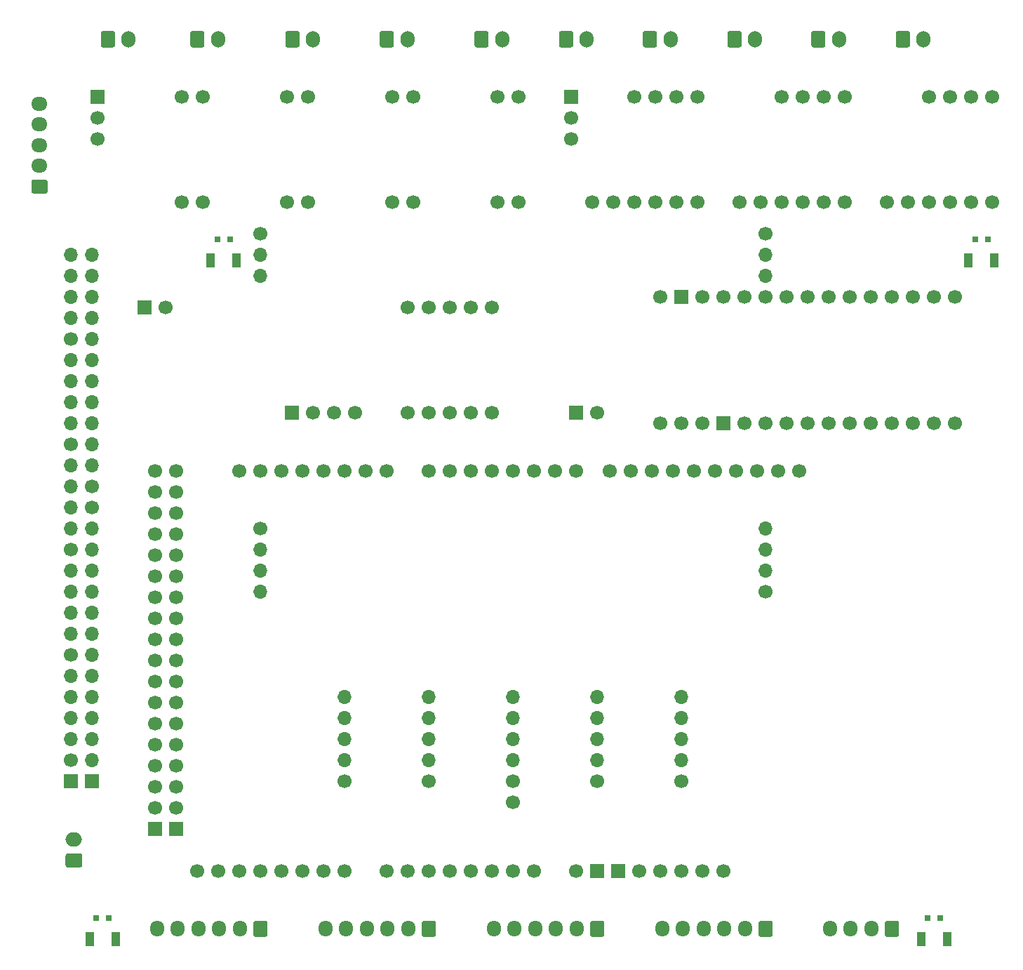
<source format=gts>
%TF.GenerationSoftware,KiCad,Pcbnew,(5.1.8)-1*%
%TF.CreationDate,2021-03-06T21:25:47+09:00*%
%TF.ProjectId,main bord,6d61696e-2062-46f7-9264-2e6b69636164,rev?*%
%TF.SameCoordinates,PXe4e1c0PY7b06240*%
%TF.FileFunction,Soldermask,Top*%
%TF.FilePolarity,Negative*%
%FSLAX46Y46*%
G04 Gerber Fmt 4.6, Leading zero omitted, Abs format (unit mm)*
G04 Created by KiCad (PCBNEW (5.1.8)-1) date 2021-03-06 21:25:47*
%MOMM*%
%LPD*%
G01*
G04 APERTURE LIST*
%ADD10R,1.700000X1.700000*%
%ADD11C,1.700000*%
%ADD12O,1.700000X1.700000*%
%ADD13O,1.700000X2.000000*%
%ADD14O,1.950000X1.700000*%
%ADD15O,1.700000X1.950000*%
%ADD16O,2.000000X1.700000*%
%ADD17R,0.800000X0.800000*%
%ADD18R,1.050000X1.800000*%
G04 APERTURE END LIST*
D10*
%TO.C,U3*%
X66985000Y103830000D03*
D11*
X66985000Y98750000D03*
X66985000Y101290000D03*
X69525000Y91130000D03*
X72065000Y91130000D03*
X74605000Y91130000D03*
X82225000Y91130000D03*
X79685000Y91130000D03*
X77145000Y91130000D03*
X87305000Y91130000D03*
X89845000Y91130000D03*
X92385000Y91130000D03*
X100005000Y91130000D03*
X97465000Y91130000D03*
X94925000Y91130000D03*
X105085000Y91130000D03*
X107625000Y91130000D03*
X110165000Y91130000D03*
X117785000Y91130000D03*
X115245000Y91130000D03*
X112705000Y91130000D03*
X74605000Y103830000D03*
X77145000Y103830000D03*
X82225000Y103830000D03*
X79685000Y103830000D03*
X92385000Y103830000D03*
X94925000Y103830000D03*
X100005000Y103830000D03*
X97465000Y103830000D03*
X110165000Y103830000D03*
X112705000Y103830000D03*
X117785000Y103830000D03*
X115245000Y103830000D03*
%TD*%
%TO.C,J12*%
X90480000Y87320000D03*
D12*
X90480000Y84780000D03*
X90480000Y82240000D03*
%TD*%
%TO.C,J10*%
X29520000Y82240000D03*
X29520000Y84780000D03*
D11*
X29520000Y87320000D03*
%TD*%
D12*
%TO.C,J11*%
X90480000Y51760000D03*
X90480000Y49220000D03*
X90480000Y46680000D03*
D11*
X90480000Y44140000D03*
%TD*%
%TO.C,J13*%
X29520000Y51760000D03*
D12*
X29520000Y49220000D03*
X29520000Y46680000D03*
X29520000Y44140000D03*
%TD*%
%TO.C,J37*%
X80320000Y31440000D03*
X80320000Y28900000D03*
X80320000Y26360000D03*
X80320000Y23820000D03*
D11*
X80320000Y21280000D03*
%TD*%
%TO.C,J36*%
X70160000Y21280000D03*
D12*
X70160000Y23820000D03*
X70160000Y26360000D03*
X70160000Y28900000D03*
X70160000Y31440000D03*
%TD*%
D11*
%TO.C,J15*%
X60000000Y18740000D03*
%TD*%
D12*
%TO.C,J32*%
X60000000Y31440000D03*
X60000000Y28900000D03*
X60000000Y26360000D03*
X60000000Y23820000D03*
D11*
X60000000Y21280000D03*
%TD*%
%TO.C,J31*%
X49840000Y21280000D03*
D12*
X49840000Y23820000D03*
X49840000Y26360000D03*
X49840000Y28900000D03*
X49840000Y31440000D03*
%TD*%
D11*
%TO.C,J30*%
X39680000Y21280000D03*
D12*
X39680000Y23820000D03*
X39680000Y26360000D03*
X39680000Y28900000D03*
X39680000Y31440000D03*
%TD*%
D11*
%TO.C,J16*%
X9200000Y56840000D03*
D12*
X9200000Y59380000D03*
X9200000Y61920000D03*
X9200000Y64460000D03*
X9200000Y67000000D03*
X9200000Y69540000D03*
X9200000Y72080000D03*
X9200000Y74620000D03*
X9200000Y77160000D03*
X9200000Y79700000D03*
X9200000Y82240000D03*
X9200000Y84780000D03*
%TD*%
%TO.C,J35*%
X6660000Y59380000D03*
X6660000Y56840000D03*
X6660000Y54300000D03*
X6660000Y51760000D03*
D11*
X6660000Y49220000D03*
%TD*%
%TO.C,J34*%
X6660000Y36520000D03*
D12*
X6660000Y39060000D03*
X6660000Y41600000D03*
X6660000Y44140000D03*
X6660000Y46680000D03*
%TD*%
D11*
%TO.C,J20*%
X9200000Y54300000D03*
D12*
X9200000Y51760000D03*
X9200000Y49220000D03*
X9200000Y46680000D03*
X9200000Y44140000D03*
X9200000Y41600000D03*
X9200000Y39060000D03*
X9200000Y36520000D03*
X9200000Y33980000D03*
X9200000Y31440000D03*
X9200000Y28900000D03*
X9200000Y26360000D03*
X9200000Y23820000D03*
%TD*%
D11*
%TO.C,J33*%
X6660000Y23820000D03*
D12*
X6660000Y26360000D03*
X6660000Y28900000D03*
X6660000Y31440000D03*
X6660000Y33980000D03*
%TD*%
D10*
%TO.C,J18*%
X6660000Y21280000D03*
X9200000Y21280000D03*
%TD*%
D11*
%TO.C,J38*%
X6660000Y61920000D03*
D12*
X6660000Y64460000D03*
X6660000Y67000000D03*
X6660000Y69540000D03*
X6660000Y72080000D03*
%TD*%
%TO.C,J39*%
X6660000Y84780000D03*
X6660000Y82240000D03*
X6660000Y79700000D03*
X6660000Y77160000D03*
D11*
X6660000Y74620000D03*
%TD*%
%TO.C,U2*%
X77780000Y64460000D03*
X80320000Y64460000D03*
X82860000Y64460000D03*
D10*
X85400000Y64460000D03*
D11*
X87940000Y64460000D03*
X90480000Y64460000D03*
X93020000Y64460000D03*
X95560000Y64460000D03*
X98100000Y64460000D03*
X100640000Y64460000D03*
X103180000Y64460000D03*
X105720000Y64460000D03*
X108260000Y64460000D03*
X110800000Y64460000D03*
X113340000Y64460000D03*
X77780000Y79700000D03*
D10*
X80320000Y79700000D03*
D11*
X82860000Y79700000D03*
X85400000Y79700000D03*
X87940000Y79700000D03*
X90480000Y79700000D03*
X93020000Y79700000D03*
X95560000Y79700000D03*
X98100000Y79700000D03*
X100640000Y79700000D03*
X103180000Y79700000D03*
X105720000Y79700000D03*
X108260000Y79700000D03*
X110800000Y79700000D03*
X113340000Y79700000D03*
%TD*%
%TO.C,U6*%
X94544000Y58745000D03*
X92004000Y58745000D03*
X89464000Y58745000D03*
X86924000Y58745000D03*
X84384000Y58745000D03*
X81844000Y58745000D03*
X79304000Y58745000D03*
X76764000Y58745000D03*
X74224000Y58745000D03*
X71684000Y58745000D03*
X67620000Y58745000D03*
X65080000Y58745000D03*
X62540000Y58745000D03*
X60000000Y58745000D03*
X57460000Y58745000D03*
X54920000Y58745000D03*
X52380000Y58745000D03*
X49840000Y58745000D03*
X44760000Y58745000D03*
X42220000Y58745000D03*
X39680000Y58745000D03*
X37140000Y58745000D03*
X34600000Y58745000D03*
X32060000Y58745000D03*
X29520000Y58745000D03*
X26980000Y58745000D03*
X19360000Y58745000D03*
X16820000Y58745000D03*
X19360000Y56205000D03*
X16820000Y56205000D03*
X19360000Y53665000D03*
X16820000Y53665000D03*
X19360000Y51125000D03*
X16820000Y51125000D03*
X19360000Y48585000D03*
X16820000Y48585000D03*
X19360000Y46045000D03*
X16820000Y46045000D03*
X19360000Y43505000D03*
X16820000Y43505000D03*
X19360000Y40965000D03*
X16820000Y40965000D03*
X19360000Y38425000D03*
X16820000Y38425000D03*
X19360000Y35885000D03*
X16820000Y35885000D03*
X19360000Y33345000D03*
X16820000Y33345000D03*
X19360000Y30805000D03*
X16820000Y30805000D03*
X19360000Y28265000D03*
X16820000Y28265000D03*
X19360000Y25725000D03*
X16820000Y25725000D03*
X19360000Y23185000D03*
X16820000Y23185000D03*
X19360000Y20645000D03*
X16820000Y20645000D03*
X19360000Y18105000D03*
X16820000Y18105000D03*
D10*
X19360000Y15565000D03*
X16820000Y15565000D03*
D11*
X21900000Y10485000D03*
X24440000Y10485000D03*
X26980000Y10485000D03*
X29520000Y10485000D03*
X32060000Y10485000D03*
X34600000Y10485000D03*
X37140000Y10485000D03*
X39680000Y10485000D03*
X44760000Y10485000D03*
X47300000Y10485000D03*
X49840000Y10485000D03*
X52380000Y10485000D03*
X54920000Y10485000D03*
X57460000Y10485000D03*
X60000000Y10485000D03*
X62540000Y10485000D03*
X67620000Y10485000D03*
D10*
X70160000Y10485000D03*
X72700000Y10485000D03*
D11*
X75240000Y10485000D03*
X77780000Y10485000D03*
X80320000Y10485000D03*
X82860000Y10485000D03*
X85400000Y10485000D03*
%TD*%
%TO.C,J1*%
G36*
G01*
X65540000Y110065000D02*
X65540000Y111565000D01*
G75*
G02*
X65790000Y111815000I250000J0D01*
G01*
X66990000Y111815000D01*
G75*
G02*
X67240000Y111565000I0J-250000D01*
G01*
X67240000Y110065000D01*
G75*
G02*
X66990000Y109815000I-250000J0D01*
G01*
X65790000Y109815000D01*
G75*
G02*
X65540000Y110065000I0J250000D01*
G01*
G37*
D13*
X68890000Y110815000D03*
%TD*%
%TO.C,J2*%
X79010000Y110815000D03*
G36*
G01*
X75660000Y110065000D02*
X75660000Y111565000D01*
G75*
G02*
X75910000Y111815000I250000J0D01*
G01*
X77110000Y111815000D01*
G75*
G02*
X77360000Y111565000I0J-250000D01*
G01*
X77360000Y110065000D01*
G75*
G02*
X77110000Y109815000I-250000J0D01*
G01*
X75910000Y109815000D01*
G75*
G02*
X75660000Y110065000I0J250000D01*
G01*
G37*
%TD*%
%TO.C,J3*%
G36*
G01*
X85860000Y110065000D02*
X85860000Y111565000D01*
G75*
G02*
X86110000Y111815000I250000J0D01*
G01*
X87310000Y111815000D01*
G75*
G02*
X87560000Y111565000I0J-250000D01*
G01*
X87560000Y110065000D01*
G75*
G02*
X87310000Y109815000I-250000J0D01*
G01*
X86110000Y109815000D01*
G75*
G02*
X85860000Y110065000I0J250000D01*
G01*
G37*
X89210000Y110815000D03*
%TD*%
%TO.C,J4*%
X99330000Y110815000D03*
G36*
G01*
X95980000Y110065000D02*
X95980000Y111565000D01*
G75*
G02*
X96230000Y111815000I250000J0D01*
G01*
X97430000Y111815000D01*
G75*
G02*
X97680000Y111565000I0J-250000D01*
G01*
X97680000Y110065000D01*
G75*
G02*
X97430000Y109815000I-250000J0D01*
G01*
X96230000Y109815000D01*
G75*
G02*
X95980000Y110065000I0J250000D01*
G01*
G37*
%TD*%
%TO.C,J5*%
X109530000Y110815000D03*
G36*
G01*
X106180000Y110065000D02*
X106180000Y111565000D01*
G75*
G02*
X106430000Y111815000I250000J0D01*
G01*
X107630000Y111815000D01*
G75*
G02*
X107880000Y111565000I0J-250000D01*
G01*
X107880000Y110065000D01*
G75*
G02*
X107630000Y109815000I-250000J0D01*
G01*
X106430000Y109815000D01*
G75*
G02*
X106180000Y110065000I0J250000D01*
G01*
G37*
%TD*%
%TO.C,J6*%
X24400000Y110815000D03*
G36*
G01*
X21050000Y110065000D02*
X21050000Y111565000D01*
G75*
G02*
X21300000Y111815000I250000J0D01*
G01*
X22500000Y111815000D01*
G75*
G02*
X22750000Y111565000I0J-250000D01*
G01*
X22750000Y110065000D01*
G75*
G02*
X22500000Y109815000I-250000J0D01*
G01*
X21300000Y109815000D01*
G75*
G02*
X21050000Y110065000I0J250000D01*
G01*
G37*
%TD*%
%TO.C,J7*%
G36*
G01*
X32520000Y110065000D02*
X32520000Y111565000D01*
G75*
G02*
X32770000Y111815000I250000J0D01*
G01*
X33970000Y111815000D01*
G75*
G02*
X34220000Y111565000I0J-250000D01*
G01*
X34220000Y110065000D01*
G75*
G02*
X33970000Y109815000I-250000J0D01*
G01*
X32770000Y109815000D01*
G75*
G02*
X32520000Y110065000I0J250000D01*
G01*
G37*
X35870000Y110815000D03*
%TD*%
%TO.C,J8*%
X47260000Y110815000D03*
G36*
G01*
X43910000Y110065000D02*
X43910000Y111565000D01*
G75*
G02*
X44160000Y111815000I250000J0D01*
G01*
X45360000Y111815000D01*
G75*
G02*
X45610000Y111565000I0J-250000D01*
G01*
X45610000Y110065000D01*
G75*
G02*
X45360000Y109815000I-250000J0D01*
G01*
X44160000Y109815000D01*
G75*
G02*
X43910000Y110065000I0J250000D01*
G01*
G37*
%TD*%
%TO.C,J9*%
G36*
G01*
X55340000Y110065000D02*
X55340000Y111565000D01*
G75*
G02*
X55590000Y111815000I250000J0D01*
G01*
X56790000Y111815000D01*
G75*
G02*
X57040000Y111565000I0J-250000D01*
G01*
X57040000Y110065000D01*
G75*
G02*
X56790000Y109815000I-250000J0D01*
G01*
X55590000Y109815000D01*
G75*
G02*
X55340000Y110065000I0J250000D01*
G01*
G37*
X58690000Y110815000D03*
%TD*%
%TO.C,J14*%
G36*
G01*
X3575000Y92185000D02*
X2125000Y92185000D01*
G75*
G02*
X1875000Y92435000I0J250000D01*
G01*
X1875000Y93635000D01*
G75*
G02*
X2125000Y93885000I250000J0D01*
G01*
X3575000Y93885000D01*
G75*
G02*
X3825000Y93635000I0J-250000D01*
G01*
X3825000Y92435000D01*
G75*
G02*
X3575000Y92185000I-250000J0D01*
G01*
G37*
D14*
X2850000Y95535000D03*
X2850000Y98035000D03*
X2850000Y100535000D03*
X2850000Y103035000D03*
%TD*%
%TO.C,J17*%
G36*
G01*
X10255000Y110065000D02*
X10255000Y111565000D01*
G75*
G02*
X10505000Y111815000I250000J0D01*
G01*
X11705000Y111815000D01*
G75*
G02*
X11955000Y111565000I0J-250000D01*
G01*
X11955000Y110065000D01*
G75*
G02*
X11705000Y109815000I-250000J0D01*
G01*
X10505000Y109815000D01*
G75*
G02*
X10255000Y110065000I0J250000D01*
G01*
G37*
D13*
X13605000Y110815000D03*
%TD*%
%TO.C,J19*%
G36*
G01*
X106570000Y4225000D02*
X106570000Y2775000D01*
G75*
G02*
X106320000Y2525000I-250000J0D01*
G01*
X105120000Y2525000D01*
G75*
G02*
X104870000Y2775000I0J250000D01*
G01*
X104870000Y4225000D01*
G75*
G02*
X105120000Y4475000I250000J0D01*
G01*
X106320000Y4475000D01*
G75*
G02*
X106570000Y4225000I0J-250000D01*
G01*
G37*
D15*
X103220000Y3500000D03*
X100720000Y3500000D03*
X98220000Y3500000D03*
%TD*%
%TO.C,J21*%
G36*
G01*
X7750000Y10905000D02*
X6250000Y10905000D01*
G75*
G02*
X6000000Y11155000I0J250000D01*
G01*
X6000000Y12355000D01*
G75*
G02*
X6250000Y12605000I250000J0D01*
G01*
X7750000Y12605000D01*
G75*
G02*
X8000000Y12355000I0J-250000D01*
G01*
X8000000Y11155000D01*
G75*
G02*
X7750000Y10905000I-250000J0D01*
G01*
G37*
D16*
X7000000Y14255000D03*
%TD*%
D15*
%TO.C,J22*%
X17020000Y3500000D03*
X19520000Y3500000D03*
X22020000Y3500000D03*
X24520000Y3500000D03*
X27020000Y3500000D03*
G36*
G01*
X30370000Y4225000D02*
X30370000Y2775000D01*
G75*
G02*
X30120000Y2525000I-250000J0D01*
G01*
X28920000Y2525000D01*
G75*
G02*
X28670000Y2775000I0J250000D01*
G01*
X28670000Y4225000D01*
G75*
G02*
X28920000Y4475000I250000J0D01*
G01*
X30120000Y4475000D01*
G75*
G02*
X30370000Y4225000I0J-250000D01*
G01*
G37*
%TD*%
%TO.C,J23*%
G36*
G01*
X50690000Y4225000D02*
X50690000Y2775000D01*
G75*
G02*
X50440000Y2525000I-250000J0D01*
G01*
X49240000Y2525000D01*
G75*
G02*
X48990000Y2775000I0J250000D01*
G01*
X48990000Y4225000D01*
G75*
G02*
X49240000Y4475000I250000J0D01*
G01*
X50440000Y4475000D01*
G75*
G02*
X50690000Y4225000I0J-250000D01*
G01*
G37*
X47340000Y3500000D03*
X44840000Y3500000D03*
X42340000Y3500000D03*
X39840000Y3500000D03*
X37340000Y3500000D03*
%TD*%
%TO.C,J25*%
X57660000Y3500000D03*
X60160000Y3500000D03*
X62660000Y3500000D03*
X65160000Y3500000D03*
X67660000Y3500000D03*
G36*
G01*
X71010000Y4225000D02*
X71010000Y2775000D01*
G75*
G02*
X70760000Y2525000I-250000J0D01*
G01*
X69560000Y2525000D01*
G75*
G02*
X69310000Y2775000I0J250000D01*
G01*
X69310000Y4225000D01*
G75*
G02*
X69560000Y4475000I250000J0D01*
G01*
X70760000Y4475000D01*
G75*
G02*
X71010000Y4225000I0J-250000D01*
G01*
G37*
%TD*%
%TO.C,J28*%
G36*
G01*
X91330000Y4225000D02*
X91330000Y2775000D01*
G75*
G02*
X91080000Y2525000I-250000J0D01*
G01*
X89880000Y2525000D01*
G75*
G02*
X89630000Y2775000I0J250000D01*
G01*
X89630000Y4225000D01*
G75*
G02*
X89880000Y4475000I250000J0D01*
G01*
X91080000Y4475000D01*
G75*
G02*
X91330000Y4225000I0J-250000D01*
G01*
G37*
X87980000Y3500000D03*
X85480000Y3500000D03*
X82980000Y3500000D03*
X80480000Y3500000D03*
X77980000Y3500000D03*
%TD*%
D10*
%TO.C,U1*%
X15550000Y78430000D03*
D11*
X18090000Y78430000D03*
X40950000Y65730000D03*
X38410000Y65730000D03*
X35870000Y65730000D03*
D10*
X33330000Y65730000D03*
%TD*%
D11*
%TO.C,U4*%
X9835000Y98750000D03*
X9835000Y101290000D03*
X19995000Y91130000D03*
X22535000Y91130000D03*
X32695000Y91130000D03*
X35235000Y91130000D03*
X45395000Y91130000D03*
X47935000Y91130000D03*
X58095000Y91130000D03*
X60635000Y91130000D03*
D10*
X9835000Y103830000D03*
D11*
X19995000Y103830000D03*
X22535000Y103830000D03*
X32695000Y103830000D03*
X35235000Y103830000D03*
X45395000Y103830000D03*
X47935000Y103830000D03*
X58095000Y103830000D03*
X60635000Y103830000D03*
%TD*%
D10*
%TO.C,U5*%
X67620000Y65730000D03*
D11*
X70160000Y65730000D03*
X47300000Y78430000D03*
X49840000Y78430000D03*
X52380000Y78430000D03*
X54920000Y78430000D03*
X57460000Y78430000D03*
X47300000Y65730000D03*
X49840000Y65730000D03*
X52380000Y65730000D03*
X54920000Y65730000D03*
X57460000Y65730000D03*
%TD*%
D17*
%TO.C,LED1*%
X25825000Y86685000D03*
X24325000Y86685000D03*
%TD*%
%TO.C,LED2*%
X9720000Y4770000D03*
X11220000Y4770000D03*
%TD*%
%TO.C,LED3*%
X111550000Y4770000D03*
X110050000Y4770000D03*
%TD*%
%TO.C,LED4*%
X115765000Y86685000D03*
X117265000Y86685000D03*
%TD*%
D18*
%TO.C,R1*%
X23525000Y84145000D03*
X26625000Y84145000D03*
%TD*%
%TO.C,R2*%
X12020000Y2230000D03*
X8920000Y2230000D03*
%TD*%
%TO.C,R3*%
X109250000Y2230000D03*
X112350000Y2230000D03*
%TD*%
%TO.C,R4*%
X118065000Y84145000D03*
X114965000Y84145000D03*
%TD*%
M02*

</source>
